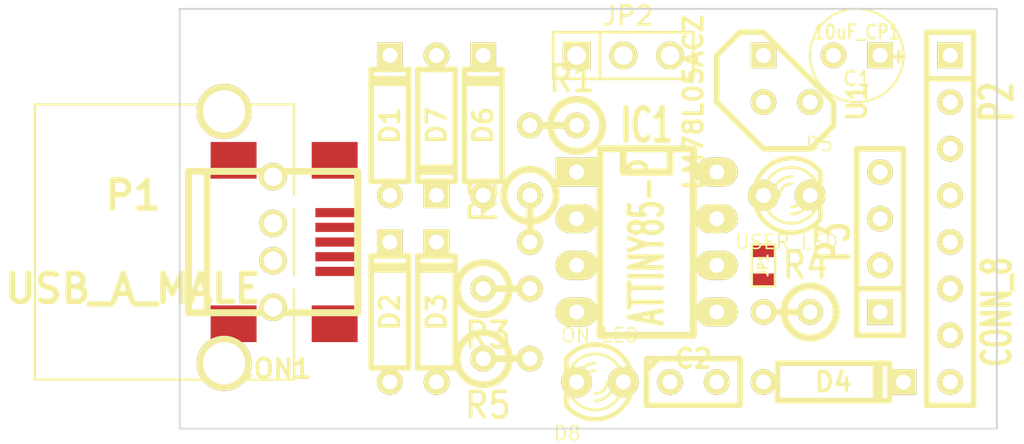
<source format=kicad_pcb>
(kicad_pcb (version 3) (host pcbnew "(2013-mar-13)-testing")

  (general
    (links 52)
    (no_connects 52)
    (area 93.996934 87.477599 151.13127 115.23345)
    (thickness 1.6)
    (drawings 4)
    (tracks 0)
    (zones 0)
    (modules 23)
    (nets 21)
  )

  (page A4)
  (layers
    (15 F.Cu signal)
    (0 B.Cu signal)
    (16 B.Adhes user)
    (17 F.Adhes user)
    (18 B.Paste user)
    (19 F.Paste user)
    (20 B.SilkS user)
    (21 F.SilkS user)
    (22 B.Mask user)
    (23 F.Mask user)
    (24 Dwgs.User user)
    (25 Cmts.User user)
    (26 Eco1.User user)
    (27 Eco2.User user)
    (28 Edge.Cuts user)
  )

  (setup
    (last_trace_width 0.254)
    (trace_clearance 0.254)
    (zone_clearance 0.508)
    (zone_45_only no)
    (trace_min 0.254)
    (segment_width 0.2)
    (edge_width 0.1)
    (via_size 0.889)
    (via_drill 0.635)
    (via_min_size 0.889)
    (via_min_drill 0.508)
    (uvia_size 0.508)
    (uvia_drill 0.127)
    (uvias_allowed no)
    (uvia_min_size 0.508)
    (uvia_min_drill 0.127)
    (pcb_text_width 0.3)
    (pcb_text_size 1.5 1.5)
    (mod_edge_width 0.15)
    (mod_text_size 1 1)
    (mod_text_width 0.15)
    (pad_size 1.5 1.5)
    (pad_drill 0.6)
    (pad_to_mask_clearance 0)
    (aux_axis_origin 0 0)
    (visible_elements FFFFFF7F)
    (pcbplotparams
      (layerselection 3178497)
      (usegerberextensions true)
      (excludeedgelayer true)
      (linewidth 0.150000)
      (plotframeref false)
      (viasonmask false)
      (mode 1)
      (useauxorigin false)
      (hpglpennumber 1)
      (hpglpenspeed 20)
      (hpglpendiameter 15)
      (hpglpenoverlay 2)
      (psnegative false)
      (psa4output false)
      (plotreference true)
      (plotvalue true)
      (plotothertext true)
      (plotinvisibletext false)
      (padsonsilk false)
      (subtractmaskfromsilk false)
      (outputformat 1)
      (mirror false)
      (drillshape 1)
      (scaleselection 1)
      (outputdirectory ""))
  )

  (net 0 "")
  (net 1 +3.3V)
  (net 2 +5V)
  (net 3 GND)
  (net 4 N-0000010)
  (net 5 N-0000011)
  (net 6 N-0000014)
  (net 7 N-0000015)
  (net 8 N-0000016)
  (net 9 N-0000017)
  (net 10 N-0000018)
  (net 11 N-0000019)
  (net 12 N-000002)
  (net 13 N-0000020)
  (net 14 N-000005)
  (net 15 N-000006)
  (net 16 N-000007)
  (net 17 N-000008)
  (net 18 N-000009)
  (net 19 VCC)
  (net 20 VIN)

  (net_class Default "This is the default net class."
    (clearance 0.254)
    (trace_width 0.254)
    (via_dia 0.889)
    (via_drill 0.635)
    (uvia_dia 0.508)
    (uvia_drill 0.127)
    (add_net "")
    (add_net +3.3V)
    (add_net +5V)
    (add_net GND)
    (add_net N-0000010)
    (add_net N-0000011)
    (add_net N-0000014)
    (add_net N-0000015)
    (add_net N-0000016)
    (add_net N-0000017)
    (add_net N-0000018)
    (add_net N-0000019)
    (add_net N-000002)
    (add_net N-0000020)
    (add_net N-000005)
    (add_net N-000006)
    (add_net N-000007)
    (add_net N-000008)
    (add_net N-000009)
    (add_net VCC)
    (add_net VIN)
  )

  (module C1V5 (layer F.Cu) (tedit 3E070CF4) (tstamp 5408E2DD)
    (at 142.24 93.98 180)
    (descr "Condensateur e = 1 pas")
    (tags C)
    (path /54067E1E)
    (fp_text reference C1 (at 0 -1.26746 180) (layer F.SilkS)
      (effects (font (size 0.762 0.762) (thickness 0.127)))
    )
    (fp_text value 10uF_CP1 (at 0 1.27 180) (layer F.SilkS)
      (effects (font (size 0.762 0.635) (thickness 0.127)))
    )
    (fp_text user + (at -2.286 0 180) (layer F.SilkS)
      (effects (font (size 0.762 0.762) (thickness 0.2032)))
    )
    (fp_circle (center 0 0) (end 0.127 -2.54) (layer F.SilkS) (width 0.127))
    (pad 1 thru_hole rect (at -1.27 0 180) (size 1.397 1.397) (drill 0.8128)
      (layers *.Cu *.Mask F.SilkS)
      (net 20 VIN)
    )
    (pad 2 thru_hole circle (at 1.27 0 180) (size 1.397 1.397) (drill 0.8128)
      (layers *.Cu *.Mask F.SilkS)
      (net 3 GND)
    )
    (model discret/c_vert_c1v5.wrl
      (at (xyz 0 0 0))
      (scale (xyz 1 1 1))
      (rotate (xyz 0 0 0))
    )
  )

  (module C1 (layer F.Cu) (tedit 5408E5D9) (tstamp 5408E2E8)
    (at 133.35 111.76)
    (descr "Condensateur e = 1 pas")
    (tags C)
    (path /54065627)
    (fp_text reference C2 (at 0 -1.27) (layer F.SilkS)
      (effects (font (size 1.016 1.016) (thickness 0.2032)))
    )
    (fp_text value 100nF_C (at 0 -2.286) (layer F.SilkS) hide
      (effects (font (size 1.016 1.016) (thickness 0.2032)))
    )
    (fp_line (start -2.4892 -1.27) (end 2.54 -1.27) (layer F.SilkS) (width 0.3048))
    (fp_line (start 2.54 -1.27) (end 2.54 1.27) (layer F.SilkS) (width 0.3048))
    (fp_line (start 2.54 1.27) (end -2.54 1.27) (layer F.SilkS) (width 0.3048))
    (fp_line (start -2.54 1.27) (end -2.54 -1.27) (layer F.SilkS) (width 0.3048))
    (fp_line (start -2.54 -0.635) (end -1.905 -1.27) (layer F.SilkS) (width 0.3048))
    (pad 1 thru_hole circle (at -1.27 0) (size 1.397 1.397) (drill 0.8128)
      (layers *.Cu *.Mask F.SilkS)
      (net 19 VCC)
    )
    (pad 2 thru_hole circle (at 1.27 0) (size 1.397 1.397) (drill 0.8128)
      (layers *.Cu *.Mask F.SilkS)
      (net 3 GND)
    )
    (model discret/capa_1_pas.wrl
      (at (xyz 0 0 0))
      (scale (xyz 1 1 1))
      (rotate (xyz 0 0 0))
    )
  )

  (module USB_MINI_B (layer F.Cu) (tedit 505F99F2) (tstamp 5408E2FC)
    (at 110.49 104.14)
    (descr "USB Mini-B 5-pin SMD connector")
    (tags "USB, Mini-B, connector")
    (path /540652B1)
    (fp_text reference CON1 (at 0 6.90118) (layer F.SilkS)
      (effects (font (size 1.016 1.016) (thickness 0.2032)))
    )
    (fp_text value USB-MINI-B (at 0 -7.0993) (layer F.SilkS) hide
      (effects (font (size 1.016 1.016) (thickness 0.2032)))
    )
    (fp_line (start -3.59918 -3.85064) (end -3.59918 3.85064) (layer F.SilkS) (width 0.381))
    (fp_line (start -4.59994 -3.85064) (end -4.59994 3.85064) (layer F.SilkS) (width 0.381))
    (fp_line (start -4.59994 3.85064) (end 4.59994 3.85064) (layer F.SilkS) (width 0.381))
    (fp_line (start 4.59994 3.85064) (end 4.59994 -3.85064) (layer F.SilkS) (width 0.381))
    (fp_line (start 4.59994 -3.85064) (end -4.59994 -3.85064) (layer F.SilkS) (width 0.381))
    (pad 1 smd rect (at 3.44932 -1.6002) (size 2.30124 0.50038)
      (layers F.Cu F.Paste F.Mask)
      (net 14 N-000005)
    )
    (pad 2 smd rect (at 3.44932 -0.8001) (size 2.30124 0.50038)
      (layers F.Cu F.Paste F.Mask)
      (net 11 N-0000019)
    )
    (pad 3 smd rect (at 3.44932 0) (size 2.30124 0.50038)
      (layers F.Cu F.Paste F.Mask)
      (net 9 N-0000017)
    )
    (pad 4 smd rect (at 3.44932 0.8001) (size 2.30124 0.50038)
      (layers F.Cu F.Paste F.Mask)
      (net 10 N-0000018)
    )
    (pad 5 smd rect (at 3.44932 1.6002) (size 2.30124 0.50038)
      (layers F.Cu F.Paste F.Mask)
      (net 3 GND)
    )
    (pad 6 smd rect (at 3.35026 -4.45008) (size 2.49936 1.99898)
      (layers F.Cu F.Paste F.Mask)
      (net 3 GND)
    )
    (pad 7 smd rect (at -2.14884 -4.45008) (size 2.49936 1.99898)
      (layers F.Cu F.Paste F.Mask)
      (net 3 GND)
    )
    (pad 8 smd rect (at 3.35026 4.45008) (size 2.49936 1.99898)
      (layers F.Cu F.Paste F.Mask)
      (net 3 GND)
    )
    (pad 9 smd rect (at -2.14884 4.45008) (size 2.49936 1.99898)
      (layers F.Cu F.Paste F.Mask)
      (net 3 GND)
    )
    (pad "" np_thru_hole circle (at 0.8509 -2.19964) (size 0.89916 0.89916) (drill 0.89916)
      (layers *.Cu *.Mask F.SilkS)
    )
    (pad 2 np_thru_hole circle (at 0.8509 2.19964) (size 0.89916 0.89916) (drill 0.89916)
      (layers *.Cu *.Mask F.SilkS)
      (net 11 N-0000019)
    )
  )

  (module D3 (layer F.Cu) (tedit 200000) (tstamp 5408E30C)
    (at 116.84 97.79 90)
    (descr "Diode 3 pas")
    (tags "DIODE DEV")
    (path /54066975)
    (fp_text reference D1 (at 0 0 90) (layer F.SilkS)
      (effects (font (size 1.016 1.016) (thickness 0.2032)))
    )
    (fp_text value Protect_DIODE (at 0 0 90) (layer F.SilkS) hide
      (effects (font (size 1.016 1.016) (thickness 0.2032)))
    )
    (fp_line (start 3.81 0) (end 3.048 0) (layer F.SilkS) (width 0.3048))
    (fp_line (start 3.048 0) (end 3.048 -1.016) (layer F.SilkS) (width 0.3048))
    (fp_line (start 3.048 -1.016) (end -3.048 -1.016) (layer F.SilkS) (width 0.3048))
    (fp_line (start -3.048 -1.016) (end -3.048 0) (layer F.SilkS) (width 0.3048))
    (fp_line (start -3.048 0) (end -3.81 0) (layer F.SilkS) (width 0.3048))
    (fp_line (start -3.048 0) (end -3.048 1.016) (layer F.SilkS) (width 0.3048))
    (fp_line (start -3.048 1.016) (end 3.048 1.016) (layer F.SilkS) (width 0.3048))
    (fp_line (start 3.048 1.016) (end 3.048 0) (layer F.SilkS) (width 0.3048))
    (fp_line (start 2.54 -1.016) (end 2.54 1.016) (layer F.SilkS) (width 0.3048))
    (fp_line (start 2.286 1.016) (end 2.286 -1.016) (layer F.SilkS) (width 0.3048))
    (pad 2 thru_hole rect (at 3.81 0 90) (size 1.397 1.397) (drill 0.8128)
      (layers *.Cu *.Mask F.SilkS)
      (net 2 +5V)
    )
    (pad 1 thru_hole circle (at -3.81 0 90) (size 1.397 1.397) (drill 0.8128)
      (layers *.Cu *.Mask F.SilkS)
      (net 14 N-000005)
    )
    (model discret/diode.wrl
      (at (xyz 0 0 0))
      (scale (xyz 0.3 0.3 0.3))
      (rotate (xyz 0 0 0))
    )
  )

  (module D3 (layer F.Cu) (tedit 200000) (tstamp 5408E31C)
    (at 116.84 107.95 90)
    (descr "Diode 3 pas")
    (tags "DIODE DEV")
    (path /54065093)
    (fp_text reference D2 (at 0 0 90) (layer F.SilkS)
      (effects (font (size 1.016 1.016) (thickness 0.2032)))
    )
    (fp_text value 3.6V_ZENER (at 0 0 90) (layer F.SilkS) hide
      (effects (font (size 1.016 1.016) (thickness 0.2032)))
    )
    (fp_line (start 3.81 0) (end 3.048 0) (layer F.SilkS) (width 0.3048))
    (fp_line (start 3.048 0) (end 3.048 -1.016) (layer F.SilkS) (width 0.3048))
    (fp_line (start 3.048 -1.016) (end -3.048 -1.016) (layer F.SilkS) (width 0.3048))
    (fp_line (start -3.048 -1.016) (end -3.048 0) (layer F.SilkS) (width 0.3048))
    (fp_line (start -3.048 0) (end -3.81 0) (layer F.SilkS) (width 0.3048))
    (fp_line (start -3.048 0) (end -3.048 1.016) (layer F.SilkS) (width 0.3048))
    (fp_line (start -3.048 1.016) (end 3.048 1.016) (layer F.SilkS) (width 0.3048))
    (fp_line (start 3.048 1.016) (end 3.048 0) (layer F.SilkS) (width 0.3048))
    (fp_line (start 2.54 -1.016) (end 2.54 1.016) (layer F.SilkS) (width 0.3048))
    (fp_line (start 2.286 1.016) (end 2.286 -1.016) (layer F.SilkS) (width 0.3048))
    (pad 2 thru_hole rect (at 3.81 0 90) (size 1.397 1.397) (drill 0.8128)
      (layers *.Cu *.Mask F.SilkS)
      (net 11 N-0000019)
    )
    (pad 1 thru_hole circle (at -3.81 0 90) (size 1.397 1.397) (drill 0.8128)
      (layers *.Cu *.Mask F.SilkS)
      (net 3 GND)
    )
    (model discret/diode.wrl
      (at (xyz 0 0 0))
      (scale (xyz 0.3 0.3 0.3))
      (rotate (xyz 0 0 0))
    )
  )

  (module D3 (layer F.Cu) (tedit 200000) (tstamp 5408E32C)
    (at 119.38 107.95 90)
    (descr "Diode 3 pas")
    (tags "DIODE DEV")
    (path /540650A2)
    (fp_text reference D3 (at 0 0 90) (layer F.SilkS)
      (effects (font (size 1.016 1.016) (thickness 0.2032)))
    )
    (fp_text value 3.6V_ZENER (at 0 0 90) (layer F.SilkS) hide
      (effects (font (size 1.016 1.016) (thickness 0.2032)))
    )
    (fp_line (start 3.81 0) (end 3.048 0) (layer F.SilkS) (width 0.3048))
    (fp_line (start 3.048 0) (end 3.048 -1.016) (layer F.SilkS) (width 0.3048))
    (fp_line (start 3.048 -1.016) (end -3.048 -1.016) (layer F.SilkS) (width 0.3048))
    (fp_line (start -3.048 -1.016) (end -3.048 0) (layer F.SilkS) (width 0.3048))
    (fp_line (start -3.048 0) (end -3.81 0) (layer F.SilkS) (width 0.3048))
    (fp_line (start -3.048 0) (end -3.048 1.016) (layer F.SilkS) (width 0.3048))
    (fp_line (start -3.048 1.016) (end 3.048 1.016) (layer F.SilkS) (width 0.3048))
    (fp_line (start 3.048 1.016) (end 3.048 0) (layer F.SilkS) (width 0.3048))
    (fp_line (start 2.54 -1.016) (end 2.54 1.016) (layer F.SilkS) (width 0.3048))
    (fp_line (start 2.286 1.016) (end 2.286 -1.016) (layer F.SilkS) (width 0.3048))
    (pad 2 thru_hole rect (at 3.81 0 90) (size 1.397 1.397) (drill 0.8128)
      (layers *.Cu *.Mask F.SilkS)
      (net 9 N-0000017)
    )
    (pad 1 thru_hole circle (at -3.81 0 90) (size 1.397 1.397) (drill 0.8128)
      (layers *.Cu *.Mask F.SilkS)
      (net 3 GND)
    )
    (model discret/diode.wrl
      (at (xyz 0 0 0))
      (scale (xyz 0.3 0.3 0.3))
      (rotate (xyz 0 0 0))
    )
  )

  (module D3 (layer F.Cu) (tedit 200000) (tstamp 5408E33C)
    (at 140.97 111.76)
    (descr "Diode 3 pas")
    (tags "DIODE DEV")
    (path /5406479C)
    (fp_text reference D4 (at 0 0) (layer F.SilkS)
      (effects (font (size 1.016 1.016) (thickness 0.2032)))
    )
    (fp_text value DIODE (at 0 0) (layer F.SilkS) hide
      (effects (font (size 1.016 1.016) (thickness 0.2032)))
    )
    (fp_line (start 3.81 0) (end 3.048 0) (layer F.SilkS) (width 0.3048))
    (fp_line (start 3.048 0) (end 3.048 -1.016) (layer F.SilkS) (width 0.3048))
    (fp_line (start 3.048 -1.016) (end -3.048 -1.016) (layer F.SilkS) (width 0.3048))
    (fp_line (start -3.048 -1.016) (end -3.048 0) (layer F.SilkS) (width 0.3048))
    (fp_line (start -3.048 0) (end -3.81 0) (layer F.SilkS) (width 0.3048))
    (fp_line (start -3.048 0) (end -3.048 1.016) (layer F.SilkS) (width 0.3048))
    (fp_line (start -3.048 1.016) (end 3.048 1.016) (layer F.SilkS) (width 0.3048))
    (fp_line (start 3.048 1.016) (end 3.048 0) (layer F.SilkS) (width 0.3048))
    (fp_line (start 2.54 -1.016) (end 2.54 1.016) (layer F.SilkS) (width 0.3048))
    (fp_line (start 2.286 1.016) (end 2.286 -1.016) (layer F.SilkS) (width 0.3048))
    (pad 2 thru_hole rect (at 3.81 0) (size 1.397 1.397) (drill 0.8128)
      (layers *.Cu *.Mask F.SilkS)
      (net 2 +5V)
    )
    (pad 1 thru_hole circle (at -3.81 0) (size 1.397 1.397) (drill 0.8128)
      (layers *.Cu *.Mask F.SilkS)
      (net 8 N-0000016)
    )
    (model discret/diode.wrl
      (at (xyz 0 0 0))
      (scale (xyz 0.3 0.3 0.3))
      (rotate (xyz 0 0 0))
    )
  )

  (module LED-3MM (layer F.Cu) (tedit 50ADE848) (tstamp 5408E355)
    (at 138.43 101.6)
    (descr "LED 3mm - Lead pitch 100mil (2,54mm)")
    (tags "LED led 3mm 3MM 100mil 2,54mm")
    (path /54067702)
    (fp_text reference D5 (at 1.778 -2.794) (layer F.SilkS)
      (effects (font (size 0.762 0.762) (thickness 0.0889)))
    )
    (fp_text value USER_LED (at 0 2.54) (layer F.SilkS)
      (effects (font (size 0.762 0.762) (thickness 0.0889)))
    )
    (fp_line (start 1.8288 1.27) (end 1.8288 -1.27) (layer F.SilkS) (width 0.254))
    (fp_arc (start 0.254 0) (end -1.27 0) (angle 39.8) (layer F.SilkS) (width 0.1524))
    (fp_arc (start 0.254 0) (end -0.88392 1.01092) (angle 41.6) (layer F.SilkS) (width 0.1524))
    (fp_arc (start 0.254 0) (end 1.4097 -0.9906) (angle 40.6) (layer F.SilkS) (width 0.1524))
    (fp_arc (start 0.254 0) (end 1.778 0) (angle 39.8) (layer F.SilkS) (width 0.1524))
    (fp_arc (start 0.254 0) (end 0.254 -1.524) (angle 54.4) (layer F.SilkS) (width 0.1524))
    (fp_arc (start 0.254 0) (end -0.9652 -0.9144) (angle 53.1) (layer F.SilkS) (width 0.1524))
    (fp_arc (start 0.254 0) (end 1.45542 0.93472) (angle 52.1) (layer F.SilkS) (width 0.1524))
    (fp_arc (start 0.254 0) (end 0.254 1.524) (angle 52.1) (layer F.SilkS) (width 0.1524))
    (fp_arc (start 0.254 0) (end -0.381 0) (angle 90) (layer F.SilkS) (width 0.1524))
    (fp_arc (start 0.254 0) (end -0.762 0) (angle 90) (layer F.SilkS) (width 0.1524))
    (fp_arc (start 0.254 0) (end 0.889 0) (angle 90) (layer F.SilkS) (width 0.1524))
    (fp_arc (start 0.254 0) (end 1.27 0) (angle 90) (layer F.SilkS) (width 0.1524))
    (fp_arc (start 0.254 0) (end 0.254 -2.032) (angle 50.1) (layer F.SilkS) (width 0.254))
    (fp_arc (start 0.254 0) (end -1.5367 -0.95504) (angle 61.9) (layer F.SilkS) (width 0.254))
    (fp_arc (start 0.254 0) (end 1.8034 1.31064) (angle 49.7) (layer F.SilkS) (width 0.254))
    (fp_arc (start 0.254 0) (end 0.254 2.032) (angle 60.2) (layer F.SilkS) (width 0.254))
    (fp_arc (start 0.254 0) (end -1.778 0) (angle 28.3) (layer F.SilkS) (width 0.254))
    (fp_arc (start 0.254 0) (end -1.47574 1.06426) (angle 31.6) (layer F.SilkS) (width 0.254))
    (pad 1 thru_hole circle (at -1.27 0) (size 1.6764 1.6764) (drill 0.8128)
      (layers *.Cu *.Mask F.SilkS)
      (net 4 N-0000010)
    )
    (pad 2 thru_hole circle (at 1.27 0) (size 1.6764 1.6764) (drill 0.8128)
      (layers *.Cu *.Mask F.SilkS)
      (net 5 N-0000011)
    )
    (model discret/leds/led3_vertical_verde.wrl
      (at (xyz 0 0 0))
      (scale (xyz 1 1 1))
      (rotate (xyz 0 0 0))
    )
  )

  (module D3 (layer F.Cu) (tedit 200000) (tstamp 5408E365)
    (at 121.92 97.79 90)
    (descr "Diode 3 pas")
    (tags "DIODE DEV")
    (path /54065142)
    (fp_text reference D6 (at 0 0 90) (layer F.SilkS)
      (effects (font (size 1.016 1.016) (thickness 0.2032)))
    )
    (fp_text value Si_DIODE (at 0 0 90) (layer F.SilkS) hide
      (effects (font (size 1.016 1.016) (thickness 0.2032)))
    )
    (fp_line (start 3.81 0) (end 3.048 0) (layer F.SilkS) (width 0.3048))
    (fp_line (start 3.048 0) (end 3.048 -1.016) (layer F.SilkS) (width 0.3048))
    (fp_line (start 3.048 -1.016) (end -3.048 -1.016) (layer F.SilkS) (width 0.3048))
    (fp_line (start -3.048 -1.016) (end -3.048 0) (layer F.SilkS) (width 0.3048))
    (fp_line (start -3.048 0) (end -3.81 0) (layer F.SilkS) (width 0.3048))
    (fp_line (start -3.048 0) (end -3.048 1.016) (layer F.SilkS) (width 0.3048))
    (fp_line (start -3.048 1.016) (end 3.048 1.016) (layer F.SilkS) (width 0.3048))
    (fp_line (start 3.048 1.016) (end 3.048 0) (layer F.SilkS) (width 0.3048))
    (fp_line (start 2.54 -1.016) (end 2.54 1.016) (layer F.SilkS) (width 0.3048))
    (fp_line (start 2.286 1.016) (end 2.286 -1.016) (layer F.SilkS) (width 0.3048))
    (pad 2 thru_hole rect (at 3.81 0 90) (size 1.397 1.397) (drill 0.8128)
      (layers *.Cu *.Mask F.SilkS)
      (net 1 +3.3V)
    )
    (pad 1 thru_hole circle (at -3.81 0 90) (size 1.397 1.397) (drill 0.8128)
      (layers *.Cu *.Mask F.SilkS)
      (net 6 N-0000014)
    )
    (model discret/diode.wrl
      (at (xyz 0 0 0))
      (scale (xyz 0.3 0.3 0.3))
      (rotate (xyz 0 0 0))
    )
  )

  (module D3 (layer F.Cu) (tedit 200000) (tstamp 5408E375)
    (at 119.38 97.79 270)
    (descr "Diode 3 pas")
    (tags "DIODE DEV")
    (path /54065151)
    (fp_text reference D7 (at 0 0 270) (layer F.SilkS)
      (effects (font (size 1.016 1.016) (thickness 0.2032)))
    )
    (fp_text value Si_DIODE (at 0 0 270) (layer F.SilkS) hide
      (effects (font (size 1.016 1.016) (thickness 0.2032)))
    )
    (fp_line (start 3.81 0) (end 3.048 0) (layer F.SilkS) (width 0.3048))
    (fp_line (start 3.048 0) (end 3.048 -1.016) (layer F.SilkS) (width 0.3048))
    (fp_line (start 3.048 -1.016) (end -3.048 -1.016) (layer F.SilkS) (width 0.3048))
    (fp_line (start -3.048 -1.016) (end -3.048 0) (layer F.SilkS) (width 0.3048))
    (fp_line (start -3.048 0) (end -3.81 0) (layer F.SilkS) (width 0.3048))
    (fp_line (start -3.048 0) (end -3.048 1.016) (layer F.SilkS) (width 0.3048))
    (fp_line (start -3.048 1.016) (end 3.048 1.016) (layer F.SilkS) (width 0.3048))
    (fp_line (start 3.048 1.016) (end 3.048 0) (layer F.SilkS) (width 0.3048))
    (fp_line (start 2.54 -1.016) (end 2.54 1.016) (layer F.SilkS) (width 0.3048))
    (fp_line (start 2.286 1.016) (end 2.286 -1.016) (layer F.SilkS) (width 0.3048))
    (pad 2 thru_hole rect (at 3.81 0 270) (size 1.397 1.397) (drill 0.8128)
      (layers *.Cu *.Mask F.SilkS)
      (net 6 N-0000014)
    )
    (pad 1 thru_hole circle (at -3.81 0 270) (size 1.397 1.397) (drill 0.8128)
      (layers *.Cu *.Mask F.SilkS)
      (net 2 +5V)
    )
    (model discret/diode.wrl
      (at (xyz 0 0 0))
      (scale (xyz 0.3 0.3 0.3))
      (rotate (xyz 0 0 0))
    )
  )

  (module LED-3MM (layer F.Cu) (tedit 50ADE848) (tstamp 5408E38E)
    (at 128.27 111.76 180)
    (descr "LED 3mm - Lead pitch 100mil (2,54mm)")
    (tags "LED led 3mm 3MM 100mil 2,54mm")
    (path /54067C92)
    (fp_text reference D8 (at 1.778 -2.794 180) (layer F.SilkS)
      (effects (font (size 0.762 0.762) (thickness 0.0889)))
    )
    (fp_text value ON_LED (at 0 2.54 180) (layer F.SilkS)
      (effects (font (size 0.762 0.762) (thickness 0.0889)))
    )
    (fp_line (start 1.8288 1.27) (end 1.8288 -1.27) (layer F.SilkS) (width 0.254))
    (fp_arc (start 0.254 0) (end -1.27 0) (angle 39.8) (layer F.SilkS) (width 0.1524))
    (fp_arc (start 0.254 0) (end -0.88392 1.01092) (angle 41.6) (layer F.SilkS) (width 0.1524))
    (fp_arc (start 0.254 0) (end 1.4097 -0.9906) (angle 40.6) (layer F.SilkS) (width 0.1524))
    (fp_arc (start 0.254 0) (end 1.778 0) (angle 39.8) (layer F.SilkS) (width 0.1524))
    (fp_arc (start 0.254 0) (end 0.254 -1.524) (angle 54.4) (layer F.SilkS) (width 0.1524))
    (fp_arc (start 0.254 0) (end -0.9652 -0.9144) (angle 53.1) (layer F.SilkS) (width 0.1524))
    (fp_arc (start 0.254 0) (end 1.45542 0.93472) (angle 52.1) (layer F.SilkS) (width 0.1524))
    (fp_arc (start 0.254 0) (end 0.254 1.524) (angle 52.1) (layer F.SilkS) (width 0.1524))
    (fp_arc (start 0.254 0) (end -0.381 0) (angle 90) (layer F.SilkS) (width 0.1524))
    (fp_arc (start 0.254 0) (end -0.762 0) (angle 90) (layer F.SilkS) (width 0.1524))
    (fp_arc (start 0.254 0) (end 0.889 0) (angle 90) (layer F.SilkS) (width 0.1524))
    (fp_arc (start 0.254 0) (end 1.27 0) (angle 90) (layer F.SilkS) (width 0.1524))
    (fp_arc (start 0.254 0) (end 0.254 -2.032) (angle 50.1) (layer F.SilkS) (width 0.254))
    (fp_arc (start 0.254 0) (end -1.5367 -0.95504) (angle 61.9) (layer F.SilkS) (width 0.254))
    (fp_arc (start 0.254 0) (end 1.8034 1.31064) (angle 49.7) (layer F.SilkS) (width 0.254))
    (fp_arc (start 0.254 0) (end 0.254 2.032) (angle 60.2) (layer F.SilkS) (width 0.254))
    (fp_arc (start 0.254 0) (end -1.778 0) (angle 28.3) (layer F.SilkS) (width 0.254))
    (fp_arc (start 0.254 0) (end -1.47574 1.06426) (angle 31.6) (layer F.SilkS) (width 0.254))
    (pad 1 thru_hole circle (at -1.27 0 180) (size 1.6764 1.6764) (drill 0.8128)
      (layers *.Cu *.Mask F.SilkS)
      (net 19 VCC)
    )
    (pad 2 thru_hole circle (at 1.27 0 180) (size 1.6764 1.6764) (drill 0.8128)
      (layers *.Cu *.Mask F.SilkS)
      (net 18 N-000009)
    )
    (model discret/leds/led3_vertical_verde.wrl
      (at (xyz 0 0 0))
      (scale (xyz 1 1 1))
      (rotate (xyz 0 0 0))
    )
  )

  (module DIP-8__300_ELL (layer F.Cu) (tedit 5408E3A2) (tstamp 5408E3A1)
    (at 130.81 104.14 270)
    (descr "8 pins DIL package, elliptical pads")
    (tags DIL)
    (path /5406436D)
    (fp_text reference IC1 (at -6.35 0 360) (layer F.SilkS)
      (effects (font (size 1.778 1.143) (thickness 0.3048)))
    )
    (fp_text value ATTINY85-P (at 0 0 270) (layer F.SilkS)
      (effects (font (size 1.778 1.016) (thickness 0.3048)))
    )
    (fp_line (start -5.08 -1.27) (end -3.81 -1.27) (layer F.SilkS) (width 0.381))
    (fp_line (start -3.81 -1.27) (end -3.81 1.27) (layer F.SilkS) (width 0.381))
    (fp_line (start -3.81 1.27) (end -5.08 1.27) (layer F.SilkS) (width 0.381))
    (fp_line (start -5.08 -2.54) (end 5.08 -2.54) (layer F.SilkS) (width 0.381))
    (fp_line (start 5.08 -2.54) (end 5.08 2.54) (layer F.SilkS) (width 0.381))
    (fp_line (start 5.08 2.54) (end -5.08 2.54) (layer F.SilkS) (width 0.381))
    (fp_line (start -5.08 2.54) (end -5.08 -2.54) (layer F.SilkS) (width 0.381))
    (pad 1 thru_hole rect (at -3.81 3.81 270) (size 1.5748 2.286) (drill 0.8128)
      (layers *.Cu *.Mask F.SilkS)
      (net 12 N-000002)
    )
    (pad 2 thru_hole oval (at -1.27 3.81 270) (size 1.5748 2.286) (drill 0.8128)
      (layers *.Cu *.Mask F.SilkS)
      (net 13 N-0000020)
    )
    (pad 3 thru_hole oval (at 1.27 3.81 270) (size 1.5748 2.286) (drill 0.8128)
      (layers *.Cu *.Mask F.SilkS)
      (net 7 N-0000015)
    )
    (pad 4 thru_hole oval (at 3.81 3.81 270) (size 1.5748 2.286) (drill 0.8128)
      (layers *.Cu *.Mask F.SilkS)
      (net 3 GND)
    )
    (pad 5 thru_hole oval (at 3.81 -3.81 270) (size 1.5748 2.286) (drill 0.8128)
      (layers *.Cu *.Mask F.SilkS)
      (net 15 N-000006)
    )
    (pad 6 thru_hole oval (at 1.27 -3.81 270) (size 1.5748 2.286) (drill 0.8128)
      (layers *.Cu *.Mask F.SilkS)
      (net 16 N-000007)
    )
    (pad 7 thru_hole oval (at -1.27 -3.81 270) (size 1.5748 2.286) (drill 0.8128)
      (layers *.Cu *.Mask F.SilkS)
      (net 17 N-000008)
    )
    (pad 8 thru_hole oval (at -3.81 -3.81 270) (size 1.5748 2.286) (drill 0.8128)
      (layers *.Cu *.Mask F.SilkS)
      (net 19 VCC)
    )
    (model dil/dil_8.wrl
      (at (xyz 0 0 0))
      (scale (xyz 1 1 1))
      (rotate (xyz 0 0 0))
    )
  )

  (module PIN_ARRAY_3X1 (layer F.Cu) (tedit 4C1130E0) (tstamp 5408E3B7)
    (at 129.54 93.98)
    (descr "Connecteur 3 pins")
    (tags "CONN DEV")
    (path /54064EE5)
    (fp_text reference JP2 (at 0.254 -2.159) (layer F.SilkS)
      (effects (font (size 1.016 1.016) (thickness 0.1524)))
    )
    (fp_text value JUMPER3 (at 0 -2.159) (layer F.SilkS) hide
      (effects (font (size 1.016 1.016) (thickness 0.1524)))
    )
    (fp_line (start -3.81 1.27) (end -3.81 -1.27) (layer F.SilkS) (width 0.1524))
    (fp_line (start -3.81 -1.27) (end 3.81 -1.27) (layer F.SilkS) (width 0.1524))
    (fp_line (start 3.81 -1.27) (end 3.81 1.27) (layer F.SilkS) (width 0.1524))
    (fp_line (start 3.81 1.27) (end -3.81 1.27) (layer F.SilkS) (width 0.1524))
    (fp_line (start -1.27 -1.27) (end -1.27 1.27) (layer F.SilkS) (width 0.1524))
    (pad 1 thru_hole rect (at -2.54 0) (size 1.524 1.524) (drill 1.016)
      (layers *.Cu *.Mask F.SilkS)
      (net 2 +5V)
    )
    (pad 2 thru_hole circle (at 0 0) (size 1.524 1.524) (drill 1.016)
      (layers *.Cu *.Mask F.SilkS)
      (net 19 VCC)
    )
    (pad 3 thru_hole circle (at 2.54 0) (size 1.524 1.524) (drill 1.016)
      (layers *.Cu *.Mask F.SilkS)
      (net 1 +3.3V)
    )
    (model pin_array/pins_array_3x1.wrl
      (at (xyz 0 0 0))
      (scale (xyz 1 1 1))
      (rotate (xyz 0 0 0))
    )
  )

  (module USB_A (layer F.Cu) (tedit 48A934F2) (tstamp 5408E3C5)
    (at 110.49 104.14 180)
    (path /5406575D)
    (fp_text reference P1 (at 7.62 2.54 180) (layer F.SilkS)
      (effects (font (thickness 0.3048)))
    )
    (fp_text value USB_A_MALE (at 7.62 -2.54 180) (layer F.SilkS)
      (effects (font (thickness 0.3048)))
    )
    (fp_line (start -1.143 -7.493) (end 12.954 -7.493) (layer F.SilkS) (width 0.127))
    (fp_line (start 12.954 7.493) (end -1.143 7.493) (layer F.SilkS) (width 0.127))
    (fp_line (start -1.143 -7.493) (end -1.143 7.493) (layer F.SilkS) (width 0.127))
    (fp_line (start 12.954 -7.493) (end 12.954 7.493) (layer F.SilkS) (width 0.127))
    (pad 4 thru_hole circle (at 0 -3.556 180) (size 1.50114 1.50114) (drill 1.00076)
      (layers *.Cu *.Mask F.SilkS)
      (net 3 GND)
    )
    (pad 3 thru_hole circle (at 0 -1.016 180) (size 1.50114 1.50114) (drill 1.00076)
      (layers *.Cu *.Mask F.SilkS)
      (net 9 N-0000017)
    )
    (pad 2 thru_hole circle (at 0 1.016 180) (size 1.50114 1.50114) (drill 1.00076)
      (layers *.Cu *.Mask F.SilkS)
      (net 11 N-0000019)
    )
    (pad 1 thru_hole circle (at 0 3.556 180) (size 1.50114 1.50114) (drill 1.00076)
      (layers *.Cu *.Mask F.SilkS)
      (net 14 N-000005)
    )
    (pad 5 thru_hole circle (at 2.667 -6.604 180) (size 2.99974 2.99974) (drill 2.30124)
      (layers *.Cu *.Mask F.SilkS)
    )
    (pad 6 thru_hole circle (at 2.667 7.112 180) (size 2.99974 2.99974) (drill 2.30124)
      (layers *.Cu *.Mask F.SilkS)
    )
    (model connectors/usb_a_through_hole.wrl
      (at (xyz 0 0 0))
      (scale (xyz 1 1 1))
      (rotate (xyz 0 0 0))
    )
  )

  (module SIL-8 (layer F.Cu) (tedit 200000) (tstamp 5408E3D6)
    (at 147.32 102.87 270)
    (descr "Connecteur 8 pins")
    (tags "CONN DEV")
    (path /54067469)
    (fp_text reference P2 (at -6.35 -2.54 270) (layer F.SilkS)
      (effects (font (size 1.72974 1.08712) (thickness 0.3048)))
    )
    (fp_text value CONN_8 (at 5.08 -2.54 270) (layer F.SilkS)
      (effects (font (size 1.524 1.016) (thickness 0.3048)))
    )
    (fp_line (start -10.16 -1.27) (end 10.16 -1.27) (layer F.SilkS) (width 0.3048))
    (fp_line (start 10.16 -1.27) (end 10.16 1.27) (layer F.SilkS) (width 0.3048))
    (fp_line (start 10.16 1.27) (end -10.16 1.27) (layer F.SilkS) (width 0.3048))
    (fp_line (start -10.16 1.27) (end -10.16 -1.27) (layer F.SilkS) (width 0.3048))
    (fp_line (start -7.62 1.27) (end -7.62 -1.27) (layer F.SilkS) (width 0.3048))
    (pad 1 thru_hole rect (at -8.89 0 270) (size 1.397 1.397) (drill 0.8128)
      (layers *.Cu *.Mask F.SilkS)
      (net 15 N-000006)
    )
    (pad 2 thru_hole circle (at -6.35 0 270) (size 1.397 1.397) (drill 0.8128)
      (layers *.Cu *.Mask F.SilkS)
      (net 16 N-000007)
    )
    (pad 3 thru_hole circle (at -3.81 0 270) (size 1.397 1.397) (drill 0.8128)
      (layers *.Cu *.Mask F.SilkS)
      (net 17 N-000008)
    )
    (pad 4 thru_hole circle (at -1.27 0 270) (size 1.397 1.397) (drill 0.8128)
      (layers *.Cu *.Mask F.SilkS)
      (net 13 N-0000020)
    )
    (pad 5 thru_hole circle (at 1.27 0 270) (size 1.397 1.397) (drill 0.8128)
      (layers *.Cu *.Mask F.SilkS)
      (net 7 N-0000015)
    )
    (pad 6 thru_hole circle (at 3.81 0 270) (size 1.397 1.397) (drill 0.8128)
      (layers *.Cu *.Mask F.SilkS)
      (net 12 N-000002)
    )
    (pad 7 thru_hole circle (at 6.35 0 270) (size 1.397 1.397) (drill 0.8128)
      (layers *.Cu *.Mask F.SilkS)
      (net 3 GND)
    )
    (pad 8 thru_hole circle (at 8.89 0 270) (size 1.397 1.397) (drill 0.8128)
      (layers *.Cu *.Mask F.SilkS)
      (net 19 VCC)
    )
  )

  (module SIL-4 (layer F.Cu) (tedit 200000) (tstamp 5408E3E5)
    (at 143.51 104.14 90)
    (descr "Connecteur 4 pibs")
    (tags "CONN DEV")
    (path /54067AAD)
    (fp_text reference P3 (at 0 -2.54 90) (layer F.SilkS)
      (effects (font (size 1.73482 1.08712) (thickness 0.3048)))
    )
    (fp_text value CONN_4 (at 0 -2.54 90) (layer F.SilkS) hide
      (effects (font (size 1.524 1.016) (thickness 0.3048)))
    )
    (fp_line (start -5.08 -1.27) (end -5.08 -1.27) (layer F.SilkS) (width 0.3048))
    (fp_line (start -5.08 1.27) (end -5.08 -1.27) (layer F.SilkS) (width 0.3048))
    (fp_line (start -5.08 -1.27) (end -5.08 -1.27) (layer F.SilkS) (width 0.3048))
    (fp_line (start -5.08 -1.27) (end 5.08 -1.27) (layer F.SilkS) (width 0.3048))
    (fp_line (start 5.08 -1.27) (end 5.08 1.27) (layer F.SilkS) (width 0.3048))
    (fp_line (start 5.08 1.27) (end -5.08 1.27) (layer F.SilkS) (width 0.3048))
    (fp_line (start -2.54 1.27) (end -2.54 -1.27) (layer F.SilkS) (width 0.3048))
    (pad 1 thru_hole rect (at -3.81 0 90) (size 1.397 1.397) (drill 0.8128)
      (layers *.Cu *.Mask F.SilkS)
      (net 1 +3.3V)
    )
    (pad 2 thru_hole circle (at -1.27 0 90) (size 1.397 1.397) (drill 0.8128)
      (layers *.Cu *.Mask F.SilkS)
      (net 2 +5V)
    )
    (pad 3 thru_hole circle (at 1.27 0 90) (size 1.397 1.397) (drill 0.8128)
      (layers *.Cu *.Mask F.SilkS)
      (net 3 GND)
    )
    (pad 4 thru_hole circle (at 3.81 0 90) (size 1.397 1.397) (drill 0.8128)
      (layers *.Cu *.Mask F.SilkS)
      (net 20 VIN)
    )
  )

  (module R1 (layer F.Cu) (tedit 200000) (tstamp 5408E3ED)
    (at 125.73 97.79 180)
    (descr "Resistance verticale")
    (tags R)
    (path /540654DB)
    (autoplace_cost90 10)
    (autoplace_cost180 10)
    (fp_text reference R1 (at -1.016 2.54 180) (layer F.SilkS)
      (effects (font (size 1.397 1.27) (thickness 0.2032)))
    )
    (fp_text value 1.5K_R (at -1.143 2.54 180) (layer F.SilkS) hide
      (effects (font (size 1.397 1.27) (thickness 0.2032)))
    )
    (fp_line (start -1.27 0) (end 1.27 0) (layer F.SilkS) (width 0.381))
    (fp_circle (center -1.27 0) (end -0.635 1.27) (layer F.SilkS) (width 0.381))
    (pad 1 thru_hole circle (at -1.27 0 180) (size 1.397 1.397) (drill 0.8128)
      (layers *.Cu *.Mask F.SilkS)
      (net 19 VCC)
    )
    (pad 2 thru_hole circle (at 1.27 0 180) (size 1.397 1.397) (drill 0.8128)
      (layers *.Cu *.Mask F.SilkS)
      (net 11 N-0000019)
    )
    (model discret/verti_resistor.wrl
      (at (xyz 0 0 0))
      (scale (xyz 1 1 1))
      (rotate (xyz 0 0 0))
    )
  )

  (module R1 (layer F.Cu) (tedit 200000) (tstamp 5408E3F5)
    (at 124.46 102.87 270)
    (descr "Resistance verticale")
    (tags R)
    (path /540652D7)
    (autoplace_cost90 10)
    (autoplace_cost180 10)
    (fp_text reference R2 (at -1.016 2.54 270) (layer F.SilkS)
      (effects (font (size 1.397 1.27) (thickness 0.2032)))
    )
    (fp_text value 68R (at -1.143 2.54 270) (layer F.SilkS) hide
      (effects (font (size 1.397 1.27) (thickness 0.2032)))
    )
    (fp_line (start -1.27 0) (end 1.27 0) (layer F.SilkS) (width 0.381))
    (fp_circle (center -1.27 0) (end -0.635 1.27) (layer F.SilkS) (width 0.381))
    (pad 1 thru_hole circle (at -1.27 0 270) (size 1.397 1.397) (drill 0.8128)
      (layers *.Cu *.Mask F.SilkS)
      (net 11 N-0000019)
    )
    (pad 2 thru_hole circle (at 1.27 0 270) (size 1.397 1.397) (drill 0.8128)
      (layers *.Cu *.Mask F.SilkS)
      (net 13 N-0000020)
    )
    (model discret/verti_resistor.wrl
      (at (xyz 0 0 0))
      (scale (xyz 1 1 1))
      (rotate (xyz 0 0 0))
    )
  )

  (module R1 (layer F.Cu) (tedit 200000) (tstamp 5408E3FD)
    (at 123.19 106.68)
    (descr "Resistance verticale")
    (tags R)
    (path /540652C5)
    (autoplace_cost90 10)
    (autoplace_cost180 10)
    (fp_text reference R3 (at -1.016 2.54) (layer F.SilkS)
      (effects (font (size 1.397 1.27) (thickness 0.2032)))
    )
    (fp_text value 68R (at -1.143 2.54) (layer F.SilkS) hide
      (effects (font (size 1.397 1.27) (thickness 0.2032)))
    )
    (fp_line (start -1.27 0) (end 1.27 0) (layer F.SilkS) (width 0.381))
    (fp_circle (center -1.27 0) (end -0.635 1.27) (layer F.SilkS) (width 0.381))
    (pad 1 thru_hole circle (at -1.27 0) (size 1.397 1.397) (drill 0.8128)
      (layers *.Cu *.Mask F.SilkS)
      (net 9 N-0000017)
    )
    (pad 2 thru_hole circle (at 1.27 0) (size 1.397 1.397) (drill 0.8128)
      (layers *.Cu *.Mask F.SilkS)
      (net 7 N-0000015)
    )
    (model discret/verti_resistor.wrl
      (at (xyz 0 0 0))
      (scale (xyz 1 1 1))
      (rotate (xyz 0 0 0))
    )
  )

  (module R1 (layer F.Cu) (tedit 200000) (tstamp 5408E405)
    (at 138.43 107.95 180)
    (descr "Resistance verticale")
    (tags R)
    (path /54067711)
    (autoplace_cost90 10)
    (autoplace_cost180 10)
    (fp_text reference R4 (at -1.016 2.54 180) (layer F.SilkS)
      (effects (font (size 1.397 1.27) (thickness 0.2032)))
    )
    (fp_text value 1K_R (at -1.143 2.54 180) (layer F.SilkS) hide
      (effects (font (size 1.397 1.27) (thickness 0.2032)))
    )
    (fp_line (start -1.27 0) (end 1.27 0) (layer F.SilkS) (width 0.381))
    (fp_circle (center -1.27 0) (end -0.635 1.27) (layer F.SilkS) (width 0.381))
    (pad 1 thru_hole circle (at -1.27 0 180) (size 1.397 1.397) (drill 0.8128)
      (layers *.Cu *.Mask F.SilkS)
      (net 5 N-0000011)
    )
    (pad 2 thru_hole circle (at 1.27 0 180) (size 1.397 1.397) (drill 0.8128)
      (layers *.Cu *.Mask F.SilkS)
      (net 3 GND)
    )
    (model discret/verti_resistor.wrl
      (at (xyz 0 0 0))
      (scale (xyz 1 1 1))
      (rotate (xyz 0 0 0))
    )
  )

  (module R1 (layer F.Cu) (tedit 200000) (tstamp 5408E40D)
    (at 123.19 110.49)
    (descr "Resistance verticale")
    (tags R)
    (path /54067CB0)
    (autoplace_cost90 10)
    (autoplace_cost180 10)
    (fp_text reference R5 (at -1.016 2.54) (layer F.SilkS)
      (effects (font (size 1.397 1.27) (thickness 0.2032)))
    )
    (fp_text value 1K_R (at -1.143 2.54) (layer F.SilkS) hide
      (effects (font (size 1.397 1.27) (thickness 0.2032)))
    )
    (fp_line (start -1.27 0) (end 1.27 0) (layer F.SilkS) (width 0.381))
    (fp_circle (center -1.27 0) (end -0.635 1.27) (layer F.SilkS) (width 0.381))
    (pad 1 thru_hole circle (at -1.27 0) (size 1.397 1.397) (drill 0.8128)
      (layers *.Cu *.Mask F.SilkS)
      (net 3 GND)
    )
    (pad 2 thru_hole circle (at 1.27 0) (size 1.397 1.397) (drill 0.8128)
      (layers *.Cu *.Mask F.SilkS)
      (net 18 N-000009)
    )
    (model discret/verti_resistor.wrl
      (at (xyz 0 0 0))
      (scale (xyz 1 1 1))
      (rotate (xyz 0 0 0))
    )
  )

  (module TO92-123 (layer F.Cu) (tedit 4C5F51CE) (tstamp 5408E41C)
    (at 138.43 95.25 90)
    (descr "Transistor TO92 brochage type BC237")
    (tags "TR TO92")
    (path /540646C9)
    (fp_text reference U1 (at -1.27 3.81 90) (layer F.SilkS)
      (effects (font (size 1.016 1.016) (thickness 0.2032)))
    )
    (fp_text value LM78L05ACZ (at -1.27 -5.08 90) (layer F.SilkS)
      (effects (font (size 1.016 1.016) (thickness 0.2032)))
    )
    (fp_line (start -1.27 2.54) (end 2.54 -1.27) (layer F.SilkS) (width 0.3048))
    (fp_line (start 2.54 -1.27) (end 2.54 -2.54) (layer F.SilkS) (width 0.3048))
    (fp_line (start 2.54 -2.54) (end 1.27 -3.81) (layer F.SilkS) (width 0.3048))
    (fp_line (start 1.27 -3.81) (end -1.27 -3.81) (layer F.SilkS) (width 0.3048))
    (fp_line (start -1.27 -3.81) (end -3.81 -1.27) (layer F.SilkS) (width 0.3048))
    (fp_line (start -3.81 -1.27) (end -3.81 1.27) (layer F.SilkS) (width 0.3048))
    (fp_line (start -3.81 1.27) (end -2.54 2.54) (layer F.SilkS) (width 0.3048))
    (fp_line (start -2.54 2.54) (end -1.27 2.54) (layer F.SilkS) (width 0.3048))
    (pad 3 thru_hole rect (at 1.27 -1.27 90) (size 1.397 1.397) (drill 0.8128)
      (layers *.Cu *.Mask F.SilkS)
      (net 8 N-0000016)
    )
    (pad 2 thru_hole circle (at -1.27 -1.27 90) (size 1.397 1.397) (drill 0.8128)
      (layers *.Cu *.Mask F.SilkS)
      (net 3 GND)
    )
    (pad 1 thru_hole circle (at -1.27 1.27 90) (size 1.397 1.397) (drill 0.8128)
      (layers *.Cu *.Mask F.SilkS)
      (net 20 VIN)
    )
    (model discret/to98.wrl
      (at (xyz 0 0 0))
      (scale (xyz 1 1 1))
      (rotate (xyz 0 0 0))
    )
  )

  (module SM0603 (layer F.Cu) (tedit 4E43A3D1) (tstamp 5408EC30)
    (at 137.16 105.41 90)
    (path /5406AD07)
    (attr smd)
    (fp_text reference JP1 (at 0 0 90) (layer F.SilkS)
      (effects (font (size 0.508 0.4572) (thickness 0.1143)))
    )
    (fp_text value JUMPER (at 0 0 90) (layer F.SilkS) hide
      (effects (font (size 0.508 0.4572) (thickness 0.1143)))
    )
    (fp_line (start -1.143 -0.635) (end 1.143 -0.635) (layer F.SilkS) (width 0.127))
    (fp_line (start 1.143 -0.635) (end 1.143 0.635) (layer F.SilkS) (width 0.127))
    (fp_line (start 1.143 0.635) (end -1.143 0.635) (layer F.SilkS) (width 0.127))
    (fp_line (start -1.143 0.635) (end -1.143 -0.635) (layer F.SilkS) (width 0.127))
    (pad 1 smd rect (at -0.762 0 90) (size 0.635 1.143)
      (layers F.Cu F.Paste F.Mask)
      (net 16 N-000007)
    )
    (pad 2 smd rect (at 0.762 0 90) (size 0.635 1.143)
      (layers F.Cu F.Paste F.Mask)
      (net 4 N-0000010)
    )
    (model smd\resistors\R0603.wrl
      (at (xyz 0 0 0.001))
      (scale (xyz 0.5 0.5 0.5))
      (rotate (xyz 0 0 0))
    )
  )

  (gr_line (start 149.86 91.44) (end 105.41 91.44) (angle 90) (layer Edge.Cuts) (width 0.1))
  (gr_line (start 149.86 114.3) (end 149.86 91.44) (angle 90) (layer Edge.Cuts) (width 0.1))
  (gr_line (start 105.41 114.3) (end 149.86 114.3) (angle 90) (layer Edge.Cuts) (width 0.1))
  (gr_line (start 105.41 91.44) (end 105.41 114.3) (angle 90) (layer Edge.Cuts) (width 0.1))

)

</source>
